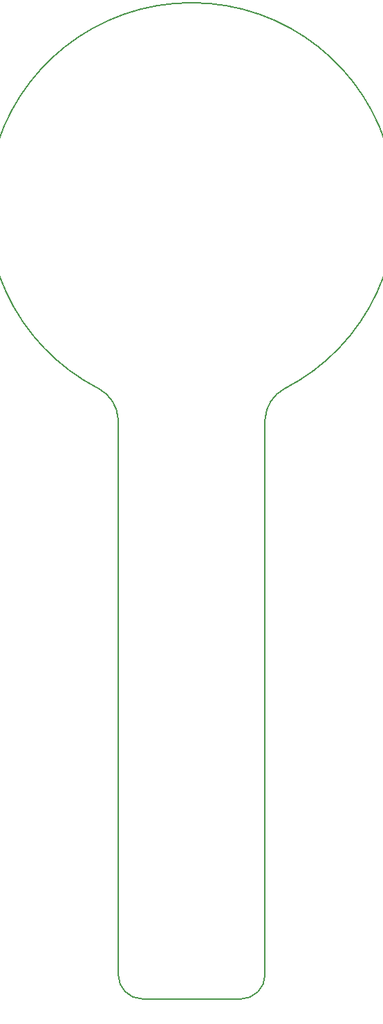
<source format=gm1>
G04*
G04 #@! TF.GenerationSoftware,Altium Limited,Altium Designer,21.9.2 (33)*
G04*
G04 Layer_Color=16711935*
%FSLAX25Y25*%
%MOIN*%
G70*
G04*
G04 #@! TF.SameCoordinates,C6F11EFD-203B-4413-AD8B-19CE97DDEB68*
G04*
G04*
G04 #@! TF.FilePolarity,Positive*
G04*
G01*
G75*
%ADD119C,0.00591*%
D119*
X44685Y-87696D02*
G03*
X35434Y-102360I8280J-15474D01*
G01*
X-35433Y-102362D02*
G03*
X-44684Y-87697I-17531J-809D01*
G01*
X23622Y-381890D02*
G03*
X35433Y-370079I-0J11811D01*
G01*
X-35433Y-370079D02*
G03*
X-23622Y-381890I11811J0D01*
G01*
X44684Y-87697D02*
G03*
X-44684Y-87697I-44684J87697D01*
G01*
X46207Y-86906D02*
X46208Y-86904D01*
X35433Y-370079D02*
X35434Y-102360D01*
X-23622Y-381890D02*
X23622D01*
X-35433Y-370079D02*
Y-102362D01*
M02*

</source>
